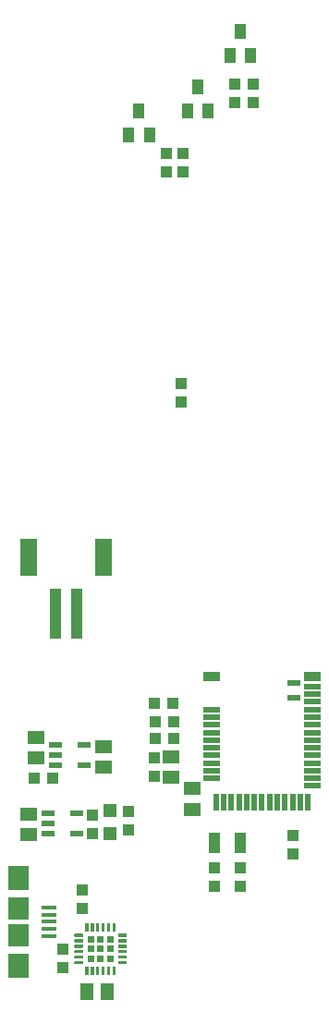
<source format=gbr>
G04 #@! TF.GenerationSoftware,KiCad,Pcbnew,(6.0.0-rc1-dev-1027-g90233e5ec)*
G04 #@! TF.CreationDate,2018-11-05T19:06:39+01:00*
G04 #@! TF.ProjectId,eBoard_remote_control,65426F6172645F72656D6F74655F636F,rev?*
G04 #@! TF.SameCoordinates,Original*
G04 #@! TF.FileFunction,Paste,Top*
G04 #@! TF.FilePolarity,Positive*
%FSLAX46Y46*%
G04 Gerber Fmt 4.6, Leading zero omitted, Abs format (unit mm)*
G04 Created by KiCad (PCBNEW (6.0.0-rc1-dev-1027-g90233e5ec)) date 11/05/18 19:06:39*
%MOMM*%
%LPD*%
G01*
G04 APERTURE LIST*
%ADD10C,0.100000*%
%ADD11R,1.900000X2.000000*%
%ADD12R,1.900000X2.300000*%
%ADD13R,1.400000X0.400000*%
%ADD14R,1.200000X0.500000*%
%ADD15R,1.600000X0.900000*%
%ADD16R,1.600000X0.480000*%
%ADD17R,0.480000X1.600000*%
%ADD18R,1.600000X3.400000*%
%ADD19R,1.000000X4.600000*%
%ADD20R,1.000000X1.075000*%
%ADD21R,1.100000X1.900000*%
%ADD22R,1.000000X1.400000*%
%ADD23R,1.000000X1.100000*%
%ADD24R,1.500000X1.240000*%
%ADD25R,1.200000X0.550000*%
%ADD26R,1.200000X1.200000*%
%ADD27R,1.075000X1.000000*%
%ADD28C,0.280000*%
%ADD29R,1.240000X1.500000*%
G04 APERTURE END LIST*
D10*
G04 #@! TO.C,U4*
G36*
X185303663Y-143362618D02*
X185303663Y-143962618D01*
X185903663Y-143962618D01*
X185903663Y-143362618D01*
X185303663Y-143362618D01*
G37*
G36*
X187103663Y-143362618D02*
X187103663Y-143962618D01*
X187703663Y-143962618D01*
X187703663Y-143362618D01*
X187103663Y-143362618D01*
G37*
G36*
X186203663Y-144262618D02*
X186203663Y-144862618D01*
X186803663Y-144862618D01*
X186803663Y-144262618D01*
X186203663Y-144262618D01*
G37*
G36*
X185303663Y-144262618D02*
X185303663Y-144862618D01*
X185903663Y-144862618D01*
X185903663Y-144262618D01*
X185303663Y-144262618D01*
G37*
G36*
X187103663Y-144262618D02*
X187103663Y-144862618D01*
X187703663Y-144862618D01*
X187703663Y-144262618D01*
X187103663Y-144262618D01*
G37*
G36*
X187103663Y-142462618D02*
X187103663Y-143062618D01*
X187703663Y-143062618D01*
X187703663Y-142462618D01*
X187103663Y-142462618D01*
G37*
G36*
X186203663Y-142462618D02*
X186203663Y-143062618D01*
X186803663Y-143062618D01*
X186803663Y-142462618D01*
X186203663Y-142462618D01*
G37*
G36*
X186203663Y-143362618D02*
X186203663Y-143962618D01*
X186803663Y-143962618D01*
X186803663Y-143362618D01*
X186203663Y-143362618D01*
G37*
G36*
X185303663Y-142462618D02*
X185303663Y-143062618D01*
X185903663Y-143062618D01*
X185903663Y-142462618D01*
X185303663Y-142462618D01*
G37*
G04 #@! TD*
D11*
G04 #@! TO.C,P1*
X178959863Y-142418018D03*
X178959863Y-139918018D03*
D12*
X178959863Y-145168018D03*
X178959863Y-137168018D03*
D13*
X181809863Y-139868018D03*
X181809863Y-140518018D03*
X181809863Y-141818018D03*
X181809863Y-142468018D03*
X181809863Y-141168018D03*
G04 #@! TD*
D14*
G04 #@! TO.C,U1*
X204192263Y-120673756D03*
X204192263Y-119273756D03*
D15*
X205892263Y-118723756D03*
D16*
X205892263Y-119623756D03*
X205892263Y-120323756D03*
X205892263Y-121023756D03*
X205892263Y-121723756D03*
X205892263Y-122423756D03*
X205892263Y-123123756D03*
X205892263Y-123823756D03*
X205892263Y-124523756D03*
X205892263Y-125223756D03*
X205892263Y-125923756D03*
X205892263Y-126623756D03*
X205892263Y-127323756D03*
X205892263Y-128023756D03*
X205892263Y-128723756D03*
D17*
X205492263Y-130173756D03*
X204792263Y-130173756D03*
X204092263Y-130173756D03*
X203392263Y-130173756D03*
X202692263Y-130173756D03*
X201992263Y-130173756D03*
X201292263Y-130173756D03*
X200592263Y-130173756D03*
X199892263Y-130173756D03*
X199192263Y-130173756D03*
X198492263Y-130173756D03*
X197792263Y-130173756D03*
X197092263Y-130173756D03*
D16*
X196692263Y-128023756D03*
X196692263Y-127323756D03*
X196692263Y-126623756D03*
X196692263Y-125923756D03*
X196692263Y-125223756D03*
X196692263Y-124523756D03*
X196692263Y-123823756D03*
X196692263Y-123123756D03*
X196692263Y-122423756D03*
X196692263Y-121723756D03*
D15*
X196692263Y-118723756D03*
G04 #@! TD*
D18*
G04 #@! TO.C,X2*
X186737200Y-107745400D03*
X179937200Y-107745400D03*
D19*
X184337200Y-112945400D03*
X182337200Y-112945400D03*
G04 #@! TD*
D20*
G04 #@! TO.C,R8*
X185750200Y-131367160D03*
X185750200Y-133067160D03*
G04 #@! TD*
D21*
G04 #@! TO.C,X4*
X199344537Y-133935476D03*
X196944537Y-133935476D03*
G04 #@! TD*
D20*
G04 #@! TO.C,C10*
X184852663Y-138291418D03*
X184852663Y-139991418D03*
G04 #@! TD*
G04 #@! TO.C,R9*
X204101700Y-133287400D03*
X204101700Y-134987400D03*
G04 #@! TD*
D22*
G04 #@! TO.C,U5*
X189067400Y-69045000D03*
X190967400Y-69045000D03*
X190017400Y-66845000D03*
G04 #@! TD*
G04 #@! TO.C,U7*
X198353640Y-61836480D03*
X200253640Y-61836480D03*
X199303640Y-59636480D03*
G04 #@! TD*
G04 #@! TO.C,U6*
X194467440Y-66853160D03*
X196367440Y-66853160D03*
X195417440Y-64653160D03*
G04 #@! TD*
D23*
G04 #@! TO.C,C21*
X198814290Y-66121196D03*
X198814290Y-64421196D03*
G04 #@! TD*
G04 #@! TO.C,C20*
X194045145Y-72439695D03*
X194045145Y-70739695D03*
G04 #@! TD*
D20*
G04 #@! TO.C,C1*
X196899937Y-137909676D03*
X196899937Y-136209676D03*
G04 #@! TD*
G04 #@! TO.C,C2*
X199338337Y-137884276D03*
X199338337Y-136184276D03*
G04 #@! TD*
D24*
G04 #@! TO.C,C3*
X194873880Y-130850680D03*
X194873880Y-128950680D03*
G04 #@! TD*
G04 #@! TO.C,L2*
X192990244Y-127925610D03*
X192990244Y-126025610D03*
G04 #@! TD*
D20*
G04 #@! TO.C,C4*
X191414400Y-127824600D03*
X191414400Y-126124600D03*
G04 #@! TD*
D25*
G04 #@! TO.C,U3*
X184317177Y-131229116D03*
X184317177Y-133129116D03*
X181716977Y-133129116D03*
X181716977Y-132179116D03*
X181716977Y-131229116D03*
G04 #@! TD*
D26*
G04 #@! TO.C,CHG1*
X187335077Y-133089416D03*
X187335077Y-130989416D03*
G04 #@! TD*
D20*
G04 #@! TO.C,R3*
X189062277Y-132787816D03*
X189062277Y-131087816D03*
G04 #@! TD*
D24*
G04 #@! TO.C,C5*
X179887880Y-131312880D03*
X179887880Y-133212880D03*
G04 #@! TD*
D27*
G04 #@! TO.C,R4*
X193154444Y-121184410D03*
X191454444Y-121184410D03*
G04 #@! TD*
G04 #@! TO.C,R6*
X191518844Y-122810010D03*
X193218844Y-122810010D03*
G04 #@! TD*
D24*
G04 #@! TO.C,C6*
X180553360Y-126156760D03*
X180553360Y-124256760D03*
G04 #@! TD*
G04 #@! TO.C,C8*
X186805735Y-127017768D03*
X186805735Y-125117768D03*
G04 #@! TD*
D25*
G04 #@! TO.C,U2*
X184956235Y-124939968D03*
X184956235Y-126839968D03*
X182356035Y-126839968D03*
X182356035Y-125889968D03*
X182356035Y-124939968D03*
G04 #@! TD*
D27*
G04 #@! TO.C,R5*
X180419640Y-127975360D03*
X182119640Y-127975360D03*
G04 #@! TD*
D10*
G04 #@! TO.C,U4*
G36*
X188840524Y-142272955D02*
X188847319Y-142273963D01*
X188853983Y-142275632D01*
X188860451Y-142277946D01*
X188866661Y-142280884D01*
X188872553Y-142284415D01*
X188878071Y-142288507D01*
X188883160Y-142293121D01*
X188887774Y-142298210D01*
X188891866Y-142303728D01*
X188895397Y-142309620D01*
X188898335Y-142315830D01*
X188900649Y-142322298D01*
X188902318Y-142328962D01*
X188903326Y-142335757D01*
X188903663Y-142342618D01*
X188903663Y-142482618D01*
X188903326Y-142489479D01*
X188902318Y-142496274D01*
X188900649Y-142502938D01*
X188898335Y-142509406D01*
X188895397Y-142515616D01*
X188891866Y-142521508D01*
X188887774Y-142527026D01*
X188883160Y-142532115D01*
X188878071Y-142536729D01*
X188872553Y-142540821D01*
X188866661Y-142544352D01*
X188860451Y-142547290D01*
X188853983Y-142549604D01*
X188847319Y-142551273D01*
X188840524Y-142552281D01*
X188833663Y-142552618D01*
X188173663Y-142552618D01*
X188166802Y-142552281D01*
X188160007Y-142551273D01*
X188153343Y-142549604D01*
X188146875Y-142547290D01*
X188140665Y-142544352D01*
X188134773Y-142540821D01*
X188129255Y-142536729D01*
X188124166Y-142532115D01*
X188119552Y-142527026D01*
X188115460Y-142521508D01*
X188111929Y-142515616D01*
X188108991Y-142509406D01*
X188106677Y-142502938D01*
X188105008Y-142496274D01*
X188104000Y-142489479D01*
X188103663Y-142482618D01*
X188103663Y-142342618D01*
X188104000Y-142335757D01*
X188105008Y-142328962D01*
X188106677Y-142322298D01*
X188108991Y-142315830D01*
X188111929Y-142309620D01*
X188115460Y-142303728D01*
X188119552Y-142298210D01*
X188124166Y-142293121D01*
X188129255Y-142288507D01*
X188134773Y-142284415D01*
X188140665Y-142280884D01*
X188146875Y-142277946D01*
X188153343Y-142275632D01*
X188160007Y-142273963D01*
X188166802Y-142272955D01*
X188173663Y-142272618D01*
X188833663Y-142272618D01*
X188840524Y-142272955D01*
X188840524Y-142272955D01*
G37*
D28*
X188503663Y-142412618D03*
D10*
G36*
X188840524Y-142772955D02*
X188847319Y-142773963D01*
X188853983Y-142775632D01*
X188860451Y-142777946D01*
X188866661Y-142780884D01*
X188872553Y-142784415D01*
X188878071Y-142788507D01*
X188883160Y-142793121D01*
X188887774Y-142798210D01*
X188891866Y-142803728D01*
X188895397Y-142809620D01*
X188898335Y-142815830D01*
X188900649Y-142822298D01*
X188902318Y-142828962D01*
X188903326Y-142835757D01*
X188903663Y-142842618D01*
X188903663Y-142982618D01*
X188903326Y-142989479D01*
X188902318Y-142996274D01*
X188900649Y-143002938D01*
X188898335Y-143009406D01*
X188895397Y-143015616D01*
X188891866Y-143021508D01*
X188887774Y-143027026D01*
X188883160Y-143032115D01*
X188878071Y-143036729D01*
X188872553Y-143040821D01*
X188866661Y-143044352D01*
X188860451Y-143047290D01*
X188853983Y-143049604D01*
X188847319Y-143051273D01*
X188840524Y-143052281D01*
X188833663Y-143052618D01*
X188173663Y-143052618D01*
X188166802Y-143052281D01*
X188160007Y-143051273D01*
X188153343Y-143049604D01*
X188146875Y-143047290D01*
X188140665Y-143044352D01*
X188134773Y-143040821D01*
X188129255Y-143036729D01*
X188124166Y-143032115D01*
X188119552Y-143027026D01*
X188115460Y-143021508D01*
X188111929Y-143015616D01*
X188108991Y-143009406D01*
X188106677Y-143002938D01*
X188105008Y-142996274D01*
X188104000Y-142989479D01*
X188103663Y-142982618D01*
X188103663Y-142842618D01*
X188104000Y-142835757D01*
X188105008Y-142828962D01*
X188106677Y-142822298D01*
X188108991Y-142815830D01*
X188111929Y-142809620D01*
X188115460Y-142803728D01*
X188119552Y-142798210D01*
X188124166Y-142793121D01*
X188129255Y-142788507D01*
X188134773Y-142784415D01*
X188140665Y-142780884D01*
X188146875Y-142777946D01*
X188153343Y-142775632D01*
X188160007Y-142773963D01*
X188166802Y-142772955D01*
X188173663Y-142772618D01*
X188833663Y-142772618D01*
X188840524Y-142772955D01*
X188840524Y-142772955D01*
G37*
D28*
X188503663Y-142912618D03*
D10*
G36*
X188840524Y-143272955D02*
X188847319Y-143273963D01*
X188853983Y-143275632D01*
X188860451Y-143277946D01*
X188866661Y-143280884D01*
X188872553Y-143284415D01*
X188878071Y-143288507D01*
X188883160Y-143293121D01*
X188887774Y-143298210D01*
X188891866Y-143303728D01*
X188895397Y-143309620D01*
X188898335Y-143315830D01*
X188900649Y-143322298D01*
X188902318Y-143328962D01*
X188903326Y-143335757D01*
X188903663Y-143342618D01*
X188903663Y-143482618D01*
X188903326Y-143489479D01*
X188902318Y-143496274D01*
X188900649Y-143502938D01*
X188898335Y-143509406D01*
X188895397Y-143515616D01*
X188891866Y-143521508D01*
X188887774Y-143527026D01*
X188883160Y-143532115D01*
X188878071Y-143536729D01*
X188872553Y-143540821D01*
X188866661Y-143544352D01*
X188860451Y-143547290D01*
X188853983Y-143549604D01*
X188847319Y-143551273D01*
X188840524Y-143552281D01*
X188833663Y-143552618D01*
X188173663Y-143552618D01*
X188166802Y-143552281D01*
X188160007Y-143551273D01*
X188153343Y-143549604D01*
X188146875Y-143547290D01*
X188140665Y-143544352D01*
X188134773Y-143540821D01*
X188129255Y-143536729D01*
X188124166Y-143532115D01*
X188119552Y-143527026D01*
X188115460Y-143521508D01*
X188111929Y-143515616D01*
X188108991Y-143509406D01*
X188106677Y-143502938D01*
X188105008Y-143496274D01*
X188104000Y-143489479D01*
X188103663Y-143482618D01*
X188103663Y-143342618D01*
X188104000Y-143335757D01*
X188105008Y-143328962D01*
X188106677Y-143322298D01*
X188108991Y-143315830D01*
X188111929Y-143309620D01*
X188115460Y-143303728D01*
X188119552Y-143298210D01*
X188124166Y-143293121D01*
X188129255Y-143288507D01*
X188134773Y-143284415D01*
X188140665Y-143280884D01*
X188146875Y-143277946D01*
X188153343Y-143275632D01*
X188160007Y-143273963D01*
X188166802Y-143272955D01*
X188173663Y-143272618D01*
X188833663Y-143272618D01*
X188840524Y-143272955D01*
X188840524Y-143272955D01*
G37*
D28*
X188503663Y-143412618D03*
D10*
G36*
X188840524Y-143772955D02*
X188847319Y-143773963D01*
X188853983Y-143775632D01*
X188860451Y-143777946D01*
X188866661Y-143780884D01*
X188872553Y-143784415D01*
X188878071Y-143788507D01*
X188883160Y-143793121D01*
X188887774Y-143798210D01*
X188891866Y-143803728D01*
X188895397Y-143809620D01*
X188898335Y-143815830D01*
X188900649Y-143822298D01*
X188902318Y-143828962D01*
X188903326Y-143835757D01*
X188903663Y-143842618D01*
X188903663Y-143982618D01*
X188903326Y-143989479D01*
X188902318Y-143996274D01*
X188900649Y-144002938D01*
X188898335Y-144009406D01*
X188895397Y-144015616D01*
X188891866Y-144021508D01*
X188887774Y-144027026D01*
X188883160Y-144032115D01*
X188878071Y-144036729D01*
X188872553Y-144040821D01*
X188866661Y-144044352D01*
X188860451Y-144047290D01*
X188853983Y-144049604D01*
X188847319Y-144051273D01*
X188840524Y-144052281D01*
X188833663Y-144052618D01*
X188173663Y-144052618D01*
X188166802Y-144052281D01*
X188160007Y-144051273D01*
X188153343Y-144049604D01*
X188146875Y-144047290D01*
X188140665Y-144044352D01*
X188134773Y-144040821D01*
X188129255Y-144036729D01*
X188124166Y-144032115D01*
X188119552Y-144027026D01*
X188115460Y-144021508D01*
X188111929Y-144015616D01*
X188108991Y-144009406D01*
X188106677Y-144002938D01*
X188105008Y-143996274D01*
X188104000Y-143989479D01*
X188103663Y-143982618D01*
X188103663Y-143842618D01*
X188104000Y-143835757D01*
X188105008Y-143828962D01*
X188106677Y-143822298D01*
X188108991Y-143815830D01*
X188111929Y-143809620D01*
X188115460Y-143803728D01*
X188119552Y-143798210D01*
X188124166Y-143793121D01*
X188129255Y-143788507D01*
X188134773Y-143784415D01*
X188140665Y-143780884D01*
X188146875Y-143777946D01*
X188153343Y-143775632D01*
X188160007Y-143773963D01*
X188166802Y-143772955D01*
X188173663Y-143772618D01*
X188833663Y-143772618D01*
X188840524Y-143772955D01*
X188840524Y-143772955D01*
G37*
D28*
X188503663Y-143912618D03*
D10*
G36*
X188840524Y-144272955D02*
X188847319Y-144273963D01*
X188853983Y-144275632D01*
X188860451Y-144277946D01*
X188866661Y-144280884D01*
X188872553Y-144284415D01*
X188878071Y-144288507D01*
X188883160Y-144293121D01*
X188887774Y-144298210D01*
X188891866Y-144303728D01*
X188895397Y-144309620D01*
X188898335Y-144315830D01*
X188900649Y-144322298D01*
X188902318Y-144328962D01*
X188903326Y-144335757D01*
X188903663Y-144342618D01*
X188903663Y-144482618D01*
X188903326Y-144489479D01*
X188902318Y-144496274D01*
X188900649Y-144502938D01*
X188898335Y-144509406D01*
X188895397Y-144515616D01*
X188891866Y-144521508D01*
X188887774Y-144527026D01*
X188883160Y-144532115D01*
X188878071Y-144536729D01*
X188872553Y-144540821D01*
X188866661Y-144544352D01*
X188860451Y-144547290D01*
X188853983Y-144549604D01*
X188847319Y-144551273D01*
X188840524Y-144552281D01*
X188833663Y-144552618D01*
X188173663Y-144552618D01*
X188166802Y-144552281D01*
X188160007Y-144551273D01*
X188153343Y-144549604D01*
X188146875Y-144547290D01*
X188140665Y-144544352D01*
X188134773Y-144540821D01*
X188129255Y-144536729D01*
X188124166Y-144532115D01*
X188119552Y-144527026D01*
X188115460Y-144521508D01*
X188111929Y-144515616D01*
X188108991Y-144509406D01*
X188106677Y-144502938D01*
X188105008Y-144496274D01*
X188104000Y-144489479D01*
X188103663Y-144482618D01*
X188103663Y-144342618D01*
X188104000Y-144335757D01*
X188105008Y-144328962D01*
X188106677Y-144322298D01*
X188108991Y-144315830D01*
X188111929Y-144309620D01*
X188115460Y-144303728D01*
X188119552Y-144298210D01*
X188124166Y-144293121D01*
X188129255Y-144288507D01*
X188134773Y-144284415D01*
X188140665Y-144280884D01*
X188146875Y-144277946D01*
X188153343Y-144275632D01*
X188160007Y-144273963D01*
X188166802Y-144272955D01*
X188173663Y-144272618D01*
X188833663Y-144272618D01*
X188840524Y-144272955D01*
X188840524Y-144272955D01*
G37*
D28*
X188503663Y-144412618D03*
D10*
G36*
X188840524Y-144772955D02*
X188847319Y-144773963D01*
X188853983Y-144775632D01*
X188860451Y-144777946D01*
X188866661Y-144780884D01*
X188872553Y-144784415D01*
X188878071Y-144788507D01*
X188883160Y-144793121D01*
X188887774Y-144798210D01*
X188891866Y-144803728D01*
X188895397Y-144809620D01*
X188898335Y-144815830D01*
X188900649Y-144822298D01*
X188902318Y-144828962D01*
X188903326Y-144835757D01*
X188903663Y-144842618D01*
X188903663Y-144982618D01*
X188903326Y-144989479D01*
X188902318Y-144996274D01*
X188900649Y-145002938D01*
X188898335Y-145009406D01*
X188895397Y-145015616D01*
X188891866Y-145021508D01*
X188887774Y-145027026D01*
X188883160Y-145032115D01*
X188878071Y-145036729D01*
X188872553Y-145040821D01*
X188866661Y-145044352D01*
X188860451Y-145047290D01*
X188853983Y-145049604D01*
X188847319Y-145051273D01*
X188840524Y-145052281D01*
X188833663Y-145052618D01*
X188173663Y-145052618D01*
X188166802Y-145052281D01*
X188160007Y-145051273D01*
X188153343Y-145049604D01*
X188146875Y-145047290D01*
X188140665Y-145044352D01*
X188134773Y-145040821D01*
X188129255Y-145036729D01*
X188124166Y-145032115D01*
X188119552Y-145027026D01*
X188115460Y-145021508D01*
X188111929Y-145015616D01*
X188108991Y-145009406D01*
X188106677Y-145002938D01*
X188105008Y-144996274D01*
X188104000Y-144989479D01*
X188103663Y-144982618D01*
X188103663Y-144842618D01*
X188104000Y-144835757D01*
X188105008Y-144828962D01*
X188106677Y-144822298D01*
X188108991Y-144815830D01*
X188111929Y-144809620D01*
X188115460Y-144803728D01*
X188119552Y-144798210D01*
X188124166Y-144793121D01*
X188129255Y-144788507D01*
X188134773Y-144784415D01*
X188140665Y-144780884D01*
X188146875Y-144777946D01*
X188153343Y-144775632D01*
X188160007Y-144773963D01*
X188166802Y-144772955D01*
X188173663Y-144772618D01*
X188833663Y-144772618D01*
X188840524Y-144772955D01*
X188840524Y-144772955D01*
G37*
D28*
X188503663Y-144912618D03*
D10*
G36*
X187830524Y-145262955D02*
X187837319Y-145263963D01*
X187843983Y-145265632D01*
X187850451Y-145267946D01*
X187856661Y-145270884D01*
X187862553Y-145274415D01*
X187868071Y-145278507D01*
X187873160Y-145283121D01*
X187877774Y-145288210D01*
X187881866Y-145293728D01*
X187885397Y-145299620D01*
X187888335Y-145305830D01*
X187890649Y-145312298D01*
X187892318Y-145318962D01*
X187893326Y-145325757D01*
X187893663Y-145332618D01*
X187893663Y-145992618D01*
X187893326Y-145999479D01*
X187892318Y-146006274D01*
X187890649Y-146012938D01*
X187888335Y-146019406D01*
X187885397Y-146025616D01*
X187881866Y-146031508D01*
X187877774Y-146037026D01*
X187873160Y-146042115D01*
X187868071Y-146046729D01*
X187862553Y-146050821D01*
X187856661Y-146054352D01*
X187850451Y-146057290D01*
X187843983Y-146059604D01*
X187837319Y-146061273D01*
X187830524Y-146062281D01*
X187823663Y-146062618D01*
X187683663Y-146062618D01*
X187676802Y-146062281D01*
X187670007Y-146061273D01*
X187663343Y-146059604D01*
X187656875Y-146057290D01*
X187650665Y-146054352D01*
X187644773Y-146050821D01*
X187639255Y-146046729D01*
X187634166Y-146042115D01*
X187629552Y-146037026D01*
X187625460Y-146031508D01*
X187621929Y-146025616D01*
X187618991Y-146019406D01*
X187616677Y-146012938D01*
X187615008Y-146006274D01*
X187614000Y-145999479D01*
X187613663Y-145992618D01*
X187613663Y-145332618D01*
X187614000Y-145325757D01*
X187615008Y-145318962D01*
X187616677Y-145312298D01*
X187618991Y-145305830D01*
X187621929Y-145299620D01*
X187625460Y-145293728D01*
X187629552Y-145288210D01*
X187634166Y-145283121D01*
X187639255Y-145278507D01*
X187644773Y-145274415D01*
X187650665Y-145270884D01*
X187656875Y-145267946D01*
X187663343Y-145265632D01*
X187670007Y-145263963D01*
X187676802Y-145262955D01*
X187683663Y-145262618D01*
X187823663Y-145262618D01*
X187830524Y-145262955D01*
X187830524Y-145262955D01*
G37*
D28*
X187753663Y-145662618D03*
D10*
G36*
X187330524Y-145262955D02*
X187337319Y-145263963D01*
X187343983Y-145265632D01*
X187350451Y-145267946D01*
X187356661Y-145270884D01*
X187362553Y-145274415D01*
X187368071Y-145278507D01*
X187373160Y-145283121D01*
X187377774Y-145288210D01*
X187381866Y-145293728D01*
X187385397Y-145299620D01*
X187388335Y-145305830D01*
X187390649Y-145312298D01*
X187392318Y-145318962D01*
X187393326Y-145325757D01*
X187393663Y-145332618D01*
X187393663Y-145992618D01*
X187393326Y-145999479D01*
X187392318Y-146006274D01*
X187390649Y-146012938D01*
X187388335Y-146019406D01*
X187385397Y-146025616D01*
X187381866Y-146031508D01*
X187377774Y-146037026D01*
X187373160Y-146042115D01*
X187368071Y-146046729D01*
X187362553Y-146050821D01*
X187356661Y-146054352D01*
X187350451Y-146057290D01*
X187343983Y-146059604D01*
X187337319Y-146061273D01*
X187330524Y-146062281D01*
X187323663Y-146062618D01*
X187183663Y-146062618D01*
X187176802Y-146062281D01*
X187170007Y-146061273D01*
X187163343Y-146059604D01*
X187156875Y-146057290D01*
X187150665Y-146054352D01*
X187144773Y-146050821D01*
X187139255Y-146046729D01*
X187134166Y-146042115D01*
X187129552Y-146037026D01*
X187125460Y-146031508D01*
X187121929Y-146025616D01*
X187118991Y-146019406D01*
X187116677Y-146012938D01*
X187115008Y-146006274D01*
X187114000Y-145999479D01*
X187113663Y-145992618D01*
X187113663Y-145332618D01*
X187114000Y-145325757D01*
X187115008Y-145318962D01*
X187116677Y-145312298D01*
X187118991Y-145305830D01*
X187121929Y-145299620D01*
X187125460Y-145293728D01*
X187129552Y-145288210D01*
X187134166Y-145283121D01*
X187139255Y-145278507D01*
X187144773Y-145274415D01*
X187150665Y-145270884D01*
X187156875Y-145267946D01*
X187163343Y-145265632D01*
X187170007Y-145263963D01*
X187176802Y-145262955D01*
X187183663Y-145262618D01*
X187323663Y-145262618D01*
X187330524Y-145262955D01*
X187330524Y-145262955D01*
G37*
D28*
X187253663Y-145662618D03*
D10*
G36*
X186830524Y-145262955D02*
X186837319Y-145263963D01*
X186843983Y-145265632D01*
X186850451Y-145267946D01*
X186856661Y-145270884D01*
X186862553Y-145274415D01*
X186868071Y-145278507D01*
X186873160Y-145283121D01*
X186877774Y-145288210D01*
X186881866Y-145293728D01*
X186885397Y-145299620D01*
X186888335Y-145305830D01*
X186890649Y-145312298D01*
X186892318Y-145318962D01*
X186893326Y-145325757D01*
X186893663Y-145332618D01*
X186893663Y-145992618D01*
X186893326Y-145999479D01*
X186892318Y-146006274D01*
X186890649Y-146012938D01*
X186888335Y-146019406D01*
X186885397Y-146025616D01*
X186881866Y-146031508D01*
X186877774Y-146037026D01*
X186873160Y-146042115D01*
X186868071Y-146046729D01*
X186862553Y-146050821D01*
X186856661Y-146054352D01*
X186850451Y-146057290D01*
X186843983Y-146059604D01*
X186837319Y-146061273D01*
X186830524Y-146062281D01*
X186823663Y-146062618D01*
X186683663Y-146062618D01*
X186676802Y-146062281D01*
X186670007Y-146061273D01*
X186663343Y-146059604D01*
X186656875Y-146057290D01*
X186650665Y-146054352D01*
X186644773Y-146050821D01*
X186639255Y-146046729D01*
X186634166Y-146042115D01*
X186629552Y-146037026D01*
X186625460Y-146031508D01*
X186621929Y-146025616D01*
X186618991Y-146019406D01*
X186616677Y-146012938D01*
X186615008Y-146006274D01*
X186614000Y-145999479D01*
X186613663Y-145992618D01*
X186613663Y-145332618D01*
X186614000Y-145325757D01*
X186615008Y-145318962D01*
X186616677Y-145312298D01*
X186618991Y-145305830D01*
X186621929Y-145299620D01*
X186625460Y-145293728D01*
X186629552Y-145288210D01*
X186634166Y-145283121D01*
X186639255Y-145278507D01*
X186644773Y-145274415D01*
X186650665Y-145270884D01*
X186656875Y-145267946D01*
X186663343Y-145265632D01*
X186670007Y-145263963D01*
X186676802Y-145262955D01*
X186683663Y-145262618D01*
X186823663Y-145262618D01*
X186830524Y-145262955D01*
X186830524Y-145262955D01*
G37*
D28*
X186753663Y-145662618D03*
D10*
G36*
X186330524Y-145262955D02*
X186337319Y-145263963D01*
X186343983Y-145265632D01*
X186350451Y-145267946D01*
X186356661Y-145270884D01*
X186362553Y-145274415D01*
X186368071Y-145278507D01*
X186373160Y-145283121D01*
X186377774Y-145288210D01*
X186381866Y-145293728D01*
X186385397Y-145299620D01*
X186388335Y-145305830D01*
X186390649Y-145312298D01*
X186392318Y-145318962D01*
X186393326Y-145325757D01*
X186393663Y-145332618D01*
X186393663Y-145992618D01*
X186393326Y-145999479D01*
X186392318Y-146006274D01*
X186390649Y-146012938D01*
X186388335Y-146019406D01*
X186385397Y-146025616D01*
X186381866Y-146031508D01*
X186377774Y-146037026D01*
X186373160Y-146042115D01*
X186368071Y-146046729D01*
X186362553Y-146050821D01*
X186356661Y-146054352D01*
X186350451Y-146057290D01*
X186343983Y-146059604D01*
X186337319Y-146061273D01*
X186330524Y-146062281D01*
X186323663Y-146062618D01*
X186183663Y-146062618D01*
X186176802Y-146062281D01*
X186170007Y-146061273D01*
X186163343Y-146059604D01*
X186156875Y-146057290D01*
X186150665Y-146054352D01*
X186144773Y-146050821D01*
X186139255Y-146046729D01*
X186134166Y-146042115D01*
X186129552Y-146037026D01*
X186125460Y-146031508D01*
X186121929Y-146025616D01*
X186118991Y-146019406D01*
X186116677Y-146012938D01*
X186115008Y-146006274D01*
X186114000Y-145999479D01*
X186113663Y-145992618D01*
X186113663Y-145332618D01*
X186114000Y-145325757D01*
X186115008Y-145318962D01*
X186116677Y-145312298D01*
X186118991Y-145305830D01*
X186121929Y-145299620D01*
X186125460Y-145293728D01*
X186129552Y-145288210D01*
X186134166Y-145283121D01*
X186139255Y-145278507D01*
X186144773Y-145274415D01*
X186150665Y-145270884D01*
X186156875Y-145267946D01*
X186163343Y-145265632D01*
X186170007Y-145263963D01*
X186176802Y-145262955D01*
X186183663Y-145262618D01*
X186323663Y-145262618D01*
X186330524Y-145262955D01*
X186330524Y-145262955D01*
G37*
D28*
X186253663Y-145662618D03*
D10*
G36*
X185830524Y-145262955D02*
X185837319Y-145263963D01*
X185843983Y-145265632D01*
X185850451Y-145267946D01*
X185856661Y-145270884D01*
X185862553Y-145274415D01*
X185868071Y-145278507D01*
X185873160Y-145283121D01*
X185877774Y-145288210D01*
X185881866Y-145293728D01*
X185885397Y-145299620D01*
X185888335Y-145305830D01*
X185890649Y-145312298D01*
X185892318Y-145318962D01*
X185893326Y-145325757D01*
X185893663Y-145332618D01*
X185893663Y-145992618D01*
X185893326Y-145999479D01*
X185892318Y-146006274D01*
X185890649Y-146012938D01*
X185888335Y-146019406D01*
X185885397Y-146025616D01*
X185881866Y-146031508D01*
X185877774Y-146037026D01*
X185873160Y-146042115D01*
X185868071Y-146046729D01*
X185862553Y-146050821D01*
X185856661Y-146054352D01*
X185850451Y-146057290D01*
X185843983Y-146059604D01*
X185837319Y-146061273D01*
X185830524Y-146062281D01*
X185823663Y-146062618D01*
X185683663Y-146062618D01*
X185676802Y-146062281D01*
X185670007Y-146061273D01*
X185663343Y-146059604D01*
X185656875Y-146057290D01*
X185650665Y-146054352D01*
X185644773Y-146050821D01*
X185639255Y-146046729D01*
X185634166Y-146042115D01*
X185629552Y-146037026D01*
X185625460Y-146031508D01*
X185621929Y-146025616D01*
X185618991Y-146019406D01*
X185616677Y-146012938D01*
X185615008Y-146006274D01*
X185614000Y-145999479D01*
X185613663Y-145992618D01*
X185613663Y-145332618D01*
X185614000Y-145325757D01*
X185615008Y-145318962D01*
X185616677Y-145312298D01*
X185618991Y-145305830D01*
X185621929Y-145299620D01*
X185625460Y-145293728D01*
X185629552Y-145288210D01*
X185634166Y-145283121D01*
X185639255Y-145278507D01*
X185644773Y-145274415D01*
X185650665Y-145270884D01*
X185656875Y-145267946D01*
X185663343Y-145265632D01*
X185670007Y-145263963D01*
X185676802Y-145262955D01*
X185683663Y-145262618D01*
X185823663Y-145262618D01*
X185830524Y-145262955D01*
X185830524Y-145262955D01*
G37*
D28*
X185753663Y-145662618D03*
D10*
G36*
X185330524Y-145262955D02*
X185337319Y-145263963D01*
X185343983Y-145265632D01*
X185350451Y-145267946D01*
X185356661Y-145270884D01*
X185362553Y-145274415D01*
X185368071Y-145278507D01*
X185373160Y-145283121D01*
X185377774Y-145288210D01*
X185381866Y-145293728D01*
X185385397Y-145299620D01*
X185388335Y-145305830D01*
X185390649Y-145312298D01*
X185392318Y-145318962D01*
X185393326Y-145325757D01*
X185393663Y-145332618D01*
X185393663Y-145992618D01*
X185393326Y-145999479D01*
X185392318Y-146006274D01*
X185390649Y-146012938D01*
X185388335Y-146019406D01*
X185385397Y-146025616D01*
X185381866Y-146031508D01*
X185377774Y-146037026D01*
X185373160Y-146042115D01*
X185368071Y-146046729D01*
X185362553Y-146050821D01*
X185356661Y-146054352D01*
X185350451Y-146057290D01*
X185343983Y-146059604D01*
X185337319Y-146061273D01*
X185330524Y-146062281D01*
X185323663Y-146062618D01*
X185183663Y-146062618D01*
X185176802Y-146062281D01*
X185170007Y-146061273D01*
X185163343Y-146059604D01*
X185156875Y-146057290D01*
X185150665Y-146054352D01*
X185144773Y-146050821D01*
X185139255Y-146046729D01*
X185134166Y-146042115D01*
X185129552Y-146037026D01*
X185125460Y-146031508D01*
X185121929Y-146025616D01*
X185118991Y-146019406D01*
X185116677Y-146012938D01*
X185115008Y-146006274D01*
X185114000Y-145999479D01*
X185113663Y-145992618D01*
X185113663Y-145332618D01*
X185114000Y-145325757D01*
X185115008Y-145318962D01*
X185116677Y-145312298D01*
X185118991Y-145305830D01*
X185121929Y-145299620D01*
X185125460Y-145293728D01*
X185129552Y-145288210D01*
X185134166Y-145283121D01*
X185139255Y-145278507D01*
X185144773Y-145274415D01*
X185150665Y-145270884D01*
X185156875Y-145267946D01*
X185163343Y-145265632D01*
X185170007Y-145263963D01*
X185176802Y-145262955D01*
X185183663Y-145262618D01*
X185323663Y-145262618D01*
X185330524Y-145262955D01*
X185330524Y-145262955D01*
G37*
D28*
X185253663Y-145662618D03*
D10*
G36*
X184840524Y-144772955D02*
X184847319Y-144773963D01*
X184853983Y-144775632D01*
X184860451Y-144777946D01*
X184866661Y-144780884D01*
X184872553Y-144784415D01*
X184878071Y-144788507D01*
X184883160Y-144793121D01*
X184887774Y-144798210D01*
X184891866Y-144803728D01*
X184895397Y-144809620D01*
X184898335Y-144815830D01*
X184900649Y-144822298D01*
X184902318Y-144828962D01*
X184903326Y-144835757D01*
X184903663Y-144842618D01*
X184903663Y-144982618D01*
X184903326Y-144989479D01*
X184902318Y-144996274D01*
X184900649Y-145002938D01*
X184898335Y-145009406D01*
X184895397Y-145015616D01*
X184891866Y-145021508D01*
X184887774Y-145027026D01*
X184883160Y-145032115D01*
X184878071Y-145036729D01*
X184872553Y-145040821D01*
X184866661Y-145044352D01*
X184860451Y-145047290D01*
X184853983Y-145049604D01*
X184847319Y-145051273D01*
X184840524Y-145052281D01*
X184833663Y-145052618D01*
X184173663Y-145052618D01*
X184166802Y-145052281D01*
X184160007Y-145051273D01*
X184153343Y-145049604D01*
X184146875Y-145047290D01*
X184140665Y-145044352D01*
X184134773Y-145040821D01*
X184129255Y-145036729D01*
X184124166Y-145032115D01*
X184119552Y-145027026D01*
X184115460Y-145021508D01*
X184111929Y-145015616D01*
X184108991Y-145009406D01*
X184106677Y-145002938D01*
X184105008Y-144996274D01*
X184104000Y-144989479D01*
X184103663Y-144982618D01*
X184103663Y-144842618D01*
X184104000Y-144835757D01*
X184105008Y-144828962D01*
X184106677Y-144822298D01*
X184108991Y-144815830D01*
X184111929Y-144809620D01*
X184115460Y-144803728D01*
X184119552Y-144798210D01*
X184124166Y-144793121D01*
X184129255Y-144788507D01*
X184134773Y-144784415D01*
X184140665Y-144780884D01*
X184146875Y-144777946D01*
X184153343Y-144775632D01*
X184160007Y-144773963D01*
X184166802Y-144772955D01*
X184173663Y-144772618D01*
X184833663Y-144772618D01*
X184840524Y-144772955D01*
X184840524Y-144772955D01*
G37*
D28*
X184503663Y-144912618D03*
D10*
G36*
X184840524Y-144272955D02*
X184847319Y-144273963D01*
X184853983Y-144275632D01*
X184860451Y-144277946D01*
X184866661Y-144280884D01*
X184872553Y-144284415D01*
X184878071Y-144288507D01*
X184883160Y-144293121D01*
X184887774Y-144298210D01*
X184891866Y-144303728D01*
X184895397Y-144309620D01*
X184898335Y-144315830D01*
X184900649Y-144322298D01*
X184902318Y-144328962D01*
X184903326Y-144335757D01*
X184903663Y-144342618D01*
X184903663Y-144482618D01*
X184903326Y-144489479D01*
X184902318Y-144496274D01*
X184900649Y-144502938D01*
X184898335Y-144509406D01*
X184895397Y-144515616D01*
X184891866Y-144521508D01*
X184887774Y-144527026D01*
X184883160Y-144532115D01*
X184878071Y-144536729D01*
X184872553Y-144540821D01*
X184866661Y-144544352D01*
X184860451Y-144547290D01*
X184853983Y-144549604D01*
X184847319Y-144551273D01*
X184840524Y-144552281D01*
X184833663Y-144552618D01*
X184173663Y-144552618D01*
X184166802Y-144552281D01*
X184160007Y-144551273D01*
X184153343Y-144549604D01*
X184146875Y-144547290D01*
X184140665Y-144544352D01*
X184134773Y-144540821D01*
X184129255Y-144536729D01*
X184124166Y-144532115D01*
X184119552Y-144527026D01*
X184115460Y-144521508D01*
X184111929Y-144515616D01*
X184108991Y-144509406D01*
X184106677Y-144502938D01*
X184105008Y-144496274D01*
X184104000Y-144489479D01*
X184103663Y-144482618D01*
X184103663Y-144342618D01*
X184104000Y-144335757D01*
X184105008Y-144328962D01*
X184106677Y-144322298D01*
X184108991Y-144315830D01*
X184111929Y-144309620D01*
X184115460Y-144303728D01*
X184119552Y-144298210D01*
X184124166Y-144293121D01*
X184129255Y-144288507D01*
X184134773Y-144284415D01*
X184140665Y-144280884D01*
X184146875Y-144277946D01*
X184153343Y-144275632D01*
X184160007Y-144273963D01*
X184166802Y-144272955D01*
X184173663Y-144272618D01*
X184833663Y-144272618D01*
X184840524Y-144272955D01*
X184840524Y-144272955D01*
G37*
D28*
X184503663Y-144412618D03*
D10*
G36*
X184840524Y-143772955D02*
X184847319Y-143773963D01*
X184853983Y-143775632D01*
X184860451Y-143777946D01*
X184866661Y-143780884D01*
X184872553Y-143784415D01*
X184878071Y-143788507D01*
X184883160Y-143793121D01*
X184887774Y-143798210D01*
X184891866Y-143803728D01*
X184895397Y-143809620D01*
X184898335Y-143815830D01*
X184900649Y-143822298D01*
X184902318Y-143828962D01*
X184903326Y-143835757D01*
X184903663Y-143842618D01*
X184903663Y-143982618D01*
X184903326Y-143989479D01*
X184902318Y-143996274D01*
X184900649Y-144002938D01*
X184898335Y-144009406D01*
X184895397Y-144015616D01*
X184891866Y-144021508D01*
X184887774Y-144027026D01*
X184883160Y-144032115D01*
X184878071Y-144036729D01*
X184872553Y-144040821D01*
X184866661Y-144044352D01*
X184860451Y-144047290D01*
X184853983Y-144049604D01*
X184847319Y-144051273D01*
X184840524Y-144052281D01*
X184833663Y-144052618D01*
X184173663Y-144052618D01*
X184166802Y-144052281D01*
X184160007Y-144051273D01*
X184153343Y-144049604D01*
X184146875Y-144047290D01*
X184140665Y-144044352D01*
X184134773Y-144040821D01*
X184129255Y-144036729D01*
X184124166Y-144032115D01*
X184119552Y-144027026D01*
X184115460Y-144021508D01*
X184111929Y-144015616D01*
X184108991Y-144009406D01*
X184106677Y-144002938D01*
X184105008Y-143996274D01*
X184104000Y-143989479D01*
X184103663Y-143982618D01*
X184103663Y-143842618D01*
X184104000Y-143835757D01*
X184105008Y-143828962D01*
X184106677Y-143822298D01*
X184108991Y-143815830D01*
X184111929Y-143809620D01*
X184115460Y-143803728D01*
X184119552Y-143798210D01*
X184124166Y-143793121D01*
X184129255Y-143788507D01*
X184134773Y-143784415D01*
X184140665Y-143780884D01*
X184146875Y-143777946D01*
X184153343Y-143775632D01*
X184160007Y-143773963D01*
X184166802Y-143772955D01*
X184173663Y-143772618D01*
X184833663Y-143772618D01*
X184840524Y-143772955D01*
X184840524Y-143772955D01*
G37*
D28*
X184503663Y-143912618D03*
D10*
G36*
X184840524Y-143272955D02*
X184847319Y-143273963D01*
X184853983Y-143275632D01*
X184860451Y-143277946D01*
X184866661Y-143280884D01*
X184872553Y-143284415D01*
X184878071Y-143288507D01*
X184883160Y-143293121D01*
X184887774Y-143298210D01*
X184891866Y-143303728D01*
X184895397Y-143309620D01*
X184898335Y-143315830D01*
X184900649Y-143322298D01*
X184902318Y-143328962D01*
X184903326Y-143335757D01*
X184903663Y-143342618D01*
X184903663Y-143482618D01*
X184903326Y-143489479D01*
X184902318Y-143496274D01*
X184900649Y-143502938D01*
X184898335Y-143509406D01*
X184895397Y-143515616D01*
X184891866Y-143521508D01*
X184887774Y-143527026D01*
X184883160Y-143532115D01*
X184878071Y-143536729D01*
X184872553Y-143540821D01*
X184866661Y-143544352D01*
X184860451Y-143547290D01*
X184853983Y-143549604D01*
X184847319Y-143551273D01*
X184840524Y-143552281D01*
X184833663Y-143552618D01*
X184173663Y-143552618D01*
X184166802Y-143552281D01*
X184160007Y-143551273D01*
X184153343Y-143549604D01*
X184146875Y-143547290D01*
X184140665Y-143544352D01*
X184134773Y-143540821D01*
X184129255Y-143536729D01*
X184124166Y-143532115D01*
X184119552Y-143527026D01*
X184115460Y-143521508D01*
X184111929Y-143515616D01*
X184108991Y-143509406D01*
X184106677Y-143502938D01*
X184105008Y-143496274D01*
X184104000Y-143489479D01*
X184103663Y-143482618D01*
X184103663Y-143342618D01*
X184104000Y-143335757D01*
X184105008Y-143328962D01*
X184106677Y-143322298D01*
X184108991Y-143315830D01*
X184111929Y-143309620D01*
X184115460Y-143303728D01*
X184119552Y-143298210D01*
X184124166Y-143293121D01*
X184129255Y-143288507D01*
X184134773Y-143284415D01*
X184140665Y-143280884D01*
X184146875Y-143277946D01*
X184153343Y-143275632D01*
X184160007Y-143273963D01*
X184166802Y-143272955D01*
X184173663Y-143272618D01*
X184833663Y-143272618D01*
X184840524Y-143272955D01*
X184840524Y-143272955D01*
G37*
D28*
X184503663Y-143412618D03*
D10*
G36*
X184840524Y-142772955D02*
X184847319Y-142773963D01*
X184853983Y-142775632D01*
X184860451Y-142777946D01*
X184866661Y-142780884D01*
X184872553Y-142784415D01*
X184878071Y-142788507D01*
X184883160Y-142793121D01*
X184887774Y-142798210D01*
X184891866Y-142803728D01*
X184895397Y-142809620D01*
X184898335Y-142815830D01*
X184900649Y-142822298D01*
X184902318Y-142828962D01*
X184903326Y-142835757D01*
X184903663Y-142842618D01*
X184903663Y-142982618D01*
X184903326Y-142989479D01*
X184902318Y-142996274D01*
X184900649Y-143002938D01*
X184898335Y-143009406D01*
X184895397Y-143015616D01*
X184891866Y-143021508D01*
X184887774Y-143027026D01*
X184883160Y-143032115D01*
X184878071Y-143036729D01*
X184872553Y-143040821D01*
X184866661Y-143044352D01*
X184860451Y-143047290D01*
X184853983Y-143049604D01*
X184847319Y-143051273D01*
X184840524Y-143052281D01*
X184833663Y-143052618D01*
X184173663Y-143052618D01*
X184166802Y-143052281D01*
X184160007Y-143051273D01*
X184153343Y-143049604D01*
X184146875Y-143047290D01*
X184140665Y-143044352D01*
X184134773Y-143040821D01*
X184129255Y-143036729D01*
X184124166Y-143032115D01*
X184119552Y-143027026D01*
X184115460Y-143021508D01*
X184111929Y-143015616D01*
X184108991Y-143009406D01*
X184106677Y-143002938D01*
X184105008Y-142996274D01*
X184104000Y-142989479D01*
X184103663Y-142982618D01*
X184103663Y-142842618D01*
X184104000Y-142835757D01*
X184105008Y-142828962D01*
X184106677Y-142822298D01*
X184108991Y-142815830D01*
X184111929Y-142809620D01*
X184115460Y-142803728D01*
X184119552Y-142798210D01*
X184124166Y-142793121D01*
X184129255Y-142788507D01*
X184134773Y-142784415D01*
X184140665Y-142780884D01*
X184146875Y-142777946D01*
X184153343Y-142775632D01*
X184160007Y-142773963D01*
X184166802Y-142772955D01*
X184173663Y-142772618D01*
X184833663Y-142772618D01*
X184840524Y-142772955D01*
X184840524Y-142772955D01*
G37*
D28*
X184503663Y-142912618D03*
D10*
G36*
X184840524Y-142272955D02*
X184847319Y-142273963D01*
X184853983Y-142275632D01*
X184860451Y-142277946D01*
X184866661Y-142280884D01*
X184872553Y-142284415D01*
X184878071Y-142288507D01*
X184883160Y-142293121D01*
X184887774Y-142298210D01*
X184891866Y-142303728D01*
X184895397Y-142309620D01*
X184898335Y-142315830D01*
X184900649Y-142322298D01*
X184902318Y-142328962D01*
X184903326Y-142335757D01*
X184903663Y-142342618D01*
X184903663Y-142482618D01*
X184903326Y-142489479D01*
X184902318Y-142496274D01*
X184900649Y-142502938D01*
X184898335Y-142509406D01*
X184895397Y-142515616D01*
X184891866Y-142521508D01*
X184887774Y-142527026D01*
X184883160Y-142532115D01*
X184878071Y-142536729D01*
X184872553Y-142540821D01*
X184866661Y-142544352D01*
X184860451Y-142547290D01*
X184853983Y-142549604D01*
X184847319Y-142551273D01*
X184840524Y-142552281D01*
X184833663Y-142552618D01*
X184173663Y-142552618D01*
X184166802Y-142552281D01*
X184160007Y-142551273D01*
X184153343Y-142549604D01*
X184146875Y-142547290D01*
X184140665Y-142544352D01*
X184134773Y-142540821D01*
X184129255Y-142536729D01*
X184124166Y-142532115D01*
X184119552Y-142527026D01*
X184115460Y-142521508D01*
X184111929Y-142515616D01*
X184108991Y-142509406D01*
X184106677Y-142502938D01*
X184105008Y-142496274D01*
X184104000Y-142489479D01*
X184103663Y-142482618D01*
X184103663Y-142342618D01*
X184104000Y-142335757D01*
X184105008Y-142328962D01*
X184106677Y-142322298D01*
X184108991Y-142315830D01*
X184111929Y-142309620D01*
X184115460Y-142303728D01*
X184119552Y-142298210D01*
X184124166Y-142293121D01*
X184129255Y-142288507D01*
X184134773Y-142284415D01*
X184140665Y-142280884D01*
X184146875Y-142277946D01*
X184153343Y-142275632D01*
X184160007Y-142273963D01*
X184166802Y-142272955D01*
X184173663Y-142272618D01*
X184833663Y-142272618D01*
X184840524Y-142272955D01*
X184840524Y-142272955D01*
G37*
D28*
X184503663Y-142412618D03*
D10*
G36*
X185330524Y-141262955D02*
X185337319Y-141263963D01*
X185343983Y-141265632D01*
X185350451Y-141267946D01*
X185356661Y-141270884D01*
X185362553Y-141274415D01*
X185368071Y-141278507D01*
X185373160Y-141283121D01*
X185377774Y-141288210D01*
X185381866Y-141293728D01*
X185385397Y-141299620D01*
X185388335Y-141305830D01*
X185390649Y-141312298D01*
X185392318Y-141318962D01*
X185393326Y-141325757D01*
X185393663Y-141332618D01*
X185393663Y-141992618D01*
X185393326Y-141999479D01*
X185392318Y-142006274D01*
X185390649Y-142012938D01*
X185388335Y-142019406D01*
X185385397Y-142025616D01*
X185381866Y-142031508D01*
X185377774Y-142037026D01*
X185373160Y-142042115D01*
X185368071Y-142046729D01*
X185362553Y-142050821D01*
X185356661Y-142054352D01*
X185350451Y-142057290D01*
X185343983Y-142059604D01*
X185337319Y-142061273D01*
X185330524Y-142062281D01*
X185323663Y-142062618D01*
X185183663Y-142062618D01*
X185176802Y-142062281D01*
X185170007Y-142061273D01*
X185163343Y-142059604D01*
X185156875Y-142057290D01*
X185150665Y-142054352D01*
X185144773Y-142050821D01*
X185139255Y-142046729D01*
X185134166Y-142042115D01*
X185129552Y-142037026D01*
X185125460Y-142031508D01*
X185121929Y-142025616D01*
X185118991Y-142019406D01*
X185116677Y-142012938D01*
X185115008Y-142006274D01*
X185114000Y-141999479D01*
X185113663Y-141992618D01*
X185113663Y-141332618D01*
X185114000Y-141325757D01*
X185115008Y-141318962D01*
X185116677Y-141312298D01*
X185118991Y-141305830D01*
X185121929Y-141299620D01*
X185125460Y-141293728D01*
X185129552Y-141288210D01*
X185134166Y-141283121D01*
X185139255Y-141278507D01*
X185144773Y-141274415D01*
X185150665Y-141270884D01*
X185156875Y-141267946D01*
X185163343Y-141265632D01*
X185170007Y-141263963D01*
X185176802Y-141262955D01*
X185183663Y-141262618D01*
X185323663Y-141262618D01*
X185330524Y-141262955D01*
X185330524Y-141262955D01*
G37*
D28*
X185253663Y-141662618D03*
D10*
G36*
X185830524Y-141262955D02*
X185837319Y-141263963D01*
X185843983Y-141265632D01*
X185850451Y-141267946D01*
X185856661Y-141270884D01*
X185862553Y-141274415D01*
X185868071Y-141278507D01*
X185873160Y-141283121D01*
X185877774Y-141288210D01*
X185881866Y-141293728D01*
X185885397Y-141299620D01*
X185888335Y-141305830D01*
X185890649Y-141312298D01*
X185892318Y-141318962D01*
X185893326Y-141325757D01*
X185893663Y-141332618D01*
X185893663Y-141992618D01*
X185893326Y-141999479D01*
X185892318Y-142006274D01*
X185890649Y-142012938D01*
X185888335Y-142019406D01*
X185885397Y-142025616D01*
X185881866Y-142031508D01*
X185877774Y-142037026D01*
X185873160Y-142042115D01*
X185868071Y-142046729D01*
X185862553Y-142050821D01*
X185856661Y-142054352D01*
X185850451Y-142057290D01*
X185843983Y-142059604D01*
X185837319Y-142061273D01*
X185830524Y-142062281D01*
X185823663Y-142062618D01*
X185683663Y-142062618D01*
X185676802Y-142062281D01*
X185670007Y-142061273D01*
X185663343Y-142059604D01*
X185656875Y-142057290D01*
X185650665Y-142054352D01*
X185644773Y-142050821D01*
X185639255Y-142046729D01*
X185634166Y-142042115D01*
X185629552Y-142037026D01*
X185625460Y-142031508D01*
X185621929Y-142025616D01*
X185618991Y-142019406D01*
X185616677Y-142012938D01*
X185615008Y-142006274D01*
X185614000Y-141999479D01*
X185613663Y-141992618D01*
X185613663Y-141332618D01*
X185614000Y-141325757D01*
X185615008Y-141318962D01*
X185616677Y-141312298D01*
X185618991Y-141305830D01*
X185621929Y-141299620D01*
X185625460Y-141293728D01*
X185629552Y-141288210D01*
X185634166Y-141283121D01*
X185639255Y-141278507D01*
X185644773Y-141274415D01*
X185650665Y-141270884D01*
X185656875Y-141267946D01*
X185663343Y-141265632D01*
X185670007Y-141263963D01*
X185676802Y-141262955D01*
X185683663Y-141262618D01*
X185823663Y-141262618D01*
X185830524Y-141262955D01*
X185830524Y-141262955D01*
G37*
D28*
X185753663Y-141662618D03*
D10*
G36*
X186330524Y-141262955D02*
X186337319Y-141263963D01*
X186343983Y-141265632D01*
X186350451Y-141267946D01*
X186356661Y-141270884D01*
X186362553Y-141274415D01*
X186368071Y-141278507D01*
X186373160Y-141283121D01*
X186377774Y-141288210D01*
X186381866Y-141293728D01*
X186385397Y-141299620D01*
X186388335Y-141305830D01*
X186390649Y-141312298D01*
X186392318Y-141318962D01*
X186393326Y-141325757D01*
X186393663Y-141332618D01*
X186393663Y-141992618D01*
X186393326Y-141999479D01*
X186392318Y-142006274D01*
X186390649Y-142012938D01*
X186388335Y-142019406D01*
X186385397Y-142025616D01*
X186381866Y-142031508D01*
X186377774Y-142037026D01*
X186373160Y-142042115D01*
X186368071Y-142046729D01*
X186362553Y-142050821D01*
X186356661Y-142054352D01*
X186350451Y-142057290D01*
X186343983Y-142059604D01*
X186337319Y-142061273D01*
X186330524Y-142062281D01*
X186323663Y-142062618D01*
X186183663Y-142062618D01*
X186176802Y-142062281D01*
X186170007Y-142061273D01*
X186163343Y-142059604D01*
X186156875Y-142057290D01*
X186150665Y-142054352D01*
X186144773Y-142050821D01*
X186139255Y-142046729D01*
X186134166Y-142042115D01*
X186129552Y-142037026D01*
X186125460Y-142031508D01*
X186121929Y-142025616D01*
X186118991Y-142019406D01*
X186116677Y-142012938D01*
X186115008Y-142006274D01*
X186114000Y-141999479D01*
X186113663Y-141992618D01*
X186113663Y-141332618D01*
X186114000Y-141325757D01*
X186115008Y-141318962D01*
X186116677Y-141312298D01*
X186118991Y-141305830D01*
X186121929Y-141299620D01*
X186125460Y-141293728D01*
X186129552Y-141288210D01*
X186134166Y-141283121D01*
X186139255Y-141278507D01*
X186144773Y-141274415D01*
X186150665Y-141270884D01*
X186156875Y-141267946D01*
X186163343Y-141265632D01*
X186170007Y-141263963D01*
X186176802Y-141262955D01*
X186183663Y-141262618D01*
X186323663Y-141262618D01*
X186330524Y-141262955D01*
X186330524Y-141262955D01*
G37*
D28*
X186253663Y-141662618D03*
D10*
G36*
X186830524Y-141262955D02*
X186837319Y-141263963D01*
X186843983Y-141265632D01*
X186850451Y-141267946D01*
X186856661Y-141270884D01*
X186862553Y-141274415D01*
X186868071Y-141278507D01*
X186873160Y-141283121D01*
X186877774Y-141288210D01*
X186881866Y-141293728D01*
X186885397Y-141299620D01*
X186888335Y-141305830D01*
X186890649Y-141312298D01*
X186892318Y-141318962D01*
X186893326Y-141325757D01*
X186893663Y-141332618D01*
X186893663Y-141992618D01*
X186893326Y-141999479D01*
X186892318Y-142006274D01*
X186890649Y-142012938D01*
X186888335Y-142019406D01*
X186885397Y-142025616D01*
X186881866Y-142031508D01*
X186877774Y-142037026D01*
X186873160Y-142042115D01*
X186868071Y-142046729D01*
X186862553Y-142050821D01*
X186856661Y-142054352D01*
X186850451Y-142057290D01*
X186843983Y-142059604D01*
X186837319Y-142061273D01*
X186830524Y-142062281D01*
X186823663Y-142062618D01*
X186683663Y-142062618D01*
X186676802Y-142062281D01*
X186670007Y-142061273D01*
X186663343Y-142059604D01*
X186656875Y-142057290D01*
X186650665Y-142054352D01*
X186644773Y-142050821D01*
X186639255Y-142046729D01*
X186634166Y-142042115D01*
X186629552Y-142037026D01*
X186625460Y-142031508D01*
X186621929Y-142025616D01*
X186618991Y-142019406D01*
X186616677Y-142012938D01*
X186615008Y-142006274D01*
X186614000Y-141999479D01*
X186613663Y-141992618D01*
X186613663Y-141332618D01*
X186614000Y-141325757D01*
X186615008Y-141318962D01*
X186616677Y-141312298D01*
X186618991Y-141305830D01*
X186621929Y-141299620D01*
X186625460Y-141293728D01*
X186629552Y-141288210D01*
X186634166Y-141283121D01*
X186639255Y-141278507D01*
X186644773Y-141274415D01*
X186650665Y-141270884D01*
X186656875Y-141267946D01*
X186663343Y-141265632D01*
X186670007Y-141263963D01*
X186676802Y-141262955D01*
X186683663Y-141262618D01*
X186823663Y-141262618D01*
X186830524Y-141262955D01*
X186830524Y-141262955D01*
G37*
D28*
X186753663Y-141662618D03*
D10*
G36*
X187330524Y-141262955D02*
X187337319Y-141263963D01*
X187343983Y-141265632D01*
X187350451Y-141267946D01*
X187356661Y-141270884D01*
X187362553Y-141274415D01*
X187368071Y-141278507D01*
X187373160Y-141283121D01*
X187377774Y-141288210D01*
X187381866Y-141293728D01*
X187385397Y-141299620D01*
X187388335Y-141305830D01*
X187390649Y-141312298D01*
X187392318Y-141318962D01*
X187393326Y-141325757D01*
X187393663Y-141332618D01*
X187393663Y-141992618D01*
X187393326Y-141999479D01*
X187392318Y-142006274D01*
X187390649Y-142012938D01*
X187388335Y-142019406D01*
X187385397Y-142025616D01*
X187381866Y-142031508D01*
X187377774Y-142037026D01*
X187373160Y-142042115D01*
X187368071Y-142046729D01*
X187362553Y-142050821D01*
X187356661Y-142054352D01*
X187350451Y-142057290D01*
X187343983Y-142059604D01*
X187337319Y-142061273D01*
X187330524Y-142062281D01*
X187323663Y-142062618D01*
X187183663Y-142062618D01*
X187176802Y-142062281D01*
X187170007Y-142061273D01*
X187163343Y-142059604D01*
X187156875Y-142057290D01*
X187150665Y-142054352D01*
X187144773Y-142050821D01*
X187139255Y-142046729D01*
X187134166Y-142042115D01*
X187129552Y-142037026D01*
X187125460Y-142031508D01*
X187121929Y-142025616D01*
X187118991Y-142019406D01*
X187116677Y-142012938D01*
X187115008Y-142006274D01*
X187114000Y-141999479D01*
X187113663Y-141992618D01*
X187113663Y-141332618D01*
X187114000Y-141325757D01*
X187115008Y-141318962D01*
X187116677Y-141312298D01*
X187118991Y-141305830D01*
X187121929Y-141299620D01*
X187125460Y-141293728D01*
X187129552Y-141288210D01*
X187134166Y-141283121D01*
X187139255Y-141278507D01*
X187144773Y-141274415D01*
X187150665Y-141270884D01*
X187156875Y-141267946D01*
X187163343Y-141265632D01*
X187170007Y-141263963D01*
X187176802Y-141262955D01*
X187183663Y-141262618D01*
X187323663Y-141262618D01*
X187330524Y-141262955D01*
X187330524Y-141262955D01*
G37*
D28*
X187253663Y-141662618D03*
D10*
G36*
X187830524Y-141262955D02*
X187837319Y-141263963D01*
X187843983Y-141265632D01*
X187850451Y-141267946D01*
X187856661Y-141270884D01*
X187862553Y-141274415D01*
X187868071Y-141278507D01*
X187873160Y-141283121D01*
X187877774Y-141288210D01*
X187881866Y-141293728D01*
X187885397Y-141299620D01*
X187888335Y-141305830D01*
X187890649Y-141312298D01*
X187892318Y-141318962D01*
X187893326Y-141325757D01*
X187893663Y-141332618D01*
X187893663Y-141992618D01*
X187893326Y-141999479D01*
X187892318Y-142006274D01*
X187890649Y-142012938D01*
X187888335Y-142019406D01*
X187885397Y-142025616D01*
X187881866Y-142031508D01*
X187877774Y-142037026D01*
X187873160Y-142042115D01*
X187868071Y-142046729D01*
X187862553Y-142050821D01*
X187856661Y-142054352D01*
X187850451Y-142057290D01*
X187843983Y-142059604D01*
X187837319Y-142061273D01*
X187830524Y-142062281D01*
X187823663Y-142062618D01*
X187683663Y-142062618D01*
X187676802Y-142062281D01*
X187670007Y-142061273D01*
X187663343Y-142059604D01*
X187656875Y-142057290D01*
X187650665Y-142054352D01*
X187644773Y-142050821D01*
X187639255Y-142046729D01*
X187634166Y-142042115D01*
X187629552Y-142037026D01*
X187625460Y-142031508D01*
X187621929Y-142025616D01*
X187618991Y-142019406D01*
X187616677Y-142012938D01*
X187615008Y-142006274D01*
X187614000Y-141999479D01*
X187613663Y-141992618D01*
X187613663Y-141332618D01*
X187614000Y-141325757D01*
X187615008Y-141318962D01*
X187616677Y-141312298D01*
X187618991Y-141305830D01*
X187621929Y-141299620D01*
X187625460Y-141293728D01*
X187629552Y-141288210D01*
X187634166Y-141283121D01*
X187639255Y-141278507D01*
X187644773Y-141274415D01*
X187650665Y-141270884D01*
X187656875Y-141267946D01*
X187663343Y-141265632D01*
X187670007Y-141263963D01*
X187676802Y-141262955D01*
X187683663Y-141262618D01*
X187823663Y-141262618D01*
X187830524Y-141262955D01*
X187830524Y-141262955D01*
G37*
D28*
X187753663Y-141662618D03*
G04 #@! TD*
D27*
G04 #@! TO.C,C12*
X191505244Y-124410210D03*
X193205244Y-124410210D03*
G04 #@! TD*
D29*
G04 #@! TO.C,C7*
X185248863Y-147548818D03*
X187148863Y-147548818D03*
G04 #@! TD*
D23*
G04 #@! TO.C,C14*
X200482200Y-66089000D03*
X200482200Y-64389000D03*
G04 #@! TD*
D20*
G04 #@! TO.C,R10*
X193862960Y-91819360D03*
X193862960Y-93519360D03*
G04 #@! TD*
D23*
G04 #@! TO.C,C16*
X192506600Y-72452600D03*
X192506600Y-70752600D03*
G04 #@! TD*
G04 #@! TO.C,C17*
X183083200Y-145360760D03*
X183083200Y-143660760D03*
G04 #@! TD*
M02*

</source>
